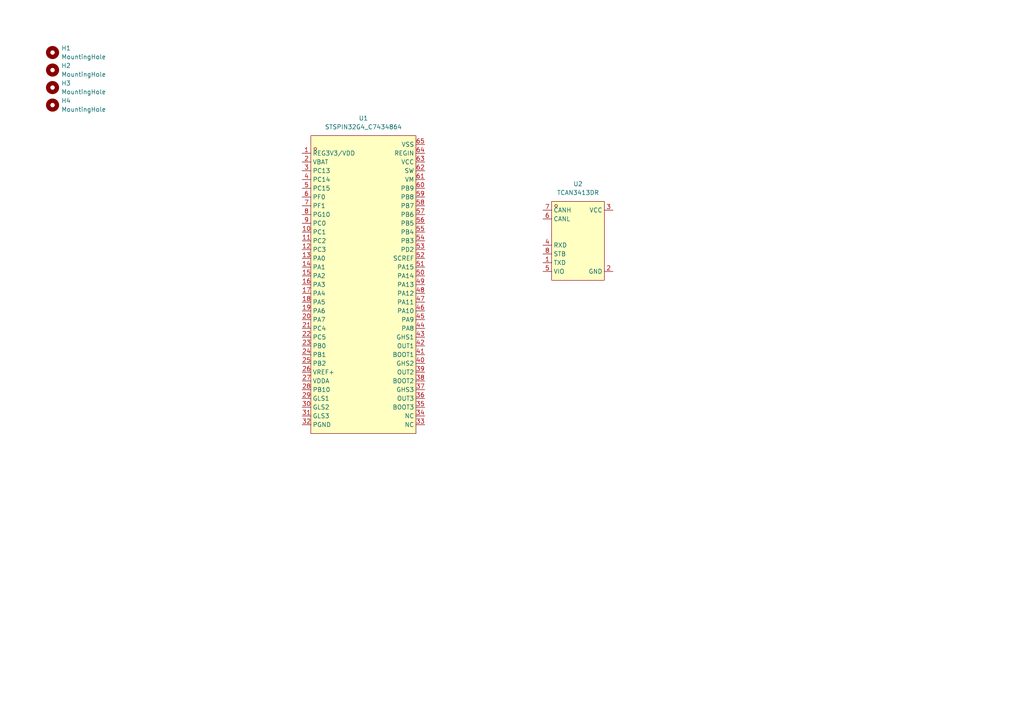
<source format=kicad_sch>
(kicad_sch (version 20250114) (generator "eeschema") (generator_version "9.0")
  (paper "A4")
  (lib_symbols
    (symbol "EasyEDA:STSPIN32G4_C7434864"
      (property "Reference" "U" (at 0 45.72 0))
      (property "Value" "STSPIN32G4_C7434864" (at 0 -45.72 0))
      (symbol "STSPIN32G4_C7434864_0_1"
        (rectangle (start -15.24 43.18) (end 15.24 -43.18) (fill (type background)))
        (circle (center -13.97 39.37) (radius 0.38))
        (pin unspecified line (at -17.78 38.1 0) (length 2.54) (name "REG3V3/VDD") (number "1"))
        (pin unspecified line (at -17.78 35.56 0) (length 2.54) (name "VBAT") (number "2"))
        (pin unspecified line (at -17.78 33.02 0) (length 2.54) (name "PC13") (number "3"))
        (pin unspecified line (at -17.78 30.48 0) (length 2.54) (name "PC14") (number "4"))
        (pin unspecified line (at -17.78 27.94 0) (length 2.54) (name "PC15") (number "5"))
        (pin unspecified line (at -17.78 25.4 0) (length 2.54) (name "PF0") (number "6"))
        (pin unspecified line (at -17.78 22.86 0) (length 2.54) (name "PF1") (number "7"))
        (pin unspecified line (at -17.78 20.32 0) (length 2.54) (name "PG10") (number "8"))
        (pin unspecified line (at -17.78 17.78 0) (length 2.54) (name "PC0") (number "9"))
        (pin unspecified line (at -17.78 15.24 0) (length 2.54) (name "PC1") (number "10"))
        (pin unspecified line (at -17.78 12.7 0) (length 2.54) (name "PC2") (number "11"))
        (pin unspecified line (at -17.78 10.16 0) (length 2.54) (name "PC3") (number "12"))
        (pin unspecified line (at -17.78 7.62 0) (length 2.54) (name "PA0") (number "13"))
        (pin unspecified line (at -17.78 5.08 0) (length 2.54) (name "PA1") (number "14"))
        (pin unspecified line (at -17.78 2.54 0) (length 2.54) (name "PA2") (number "15"))
        (pin unspecified line (at -17.78 0 0) (length 2.54) (name "PA3") (number "16"))
        (pin unspecified line (at -17.78 -2.54 0) (length 2.54) (name "PA4") (number "17"))
        (pin unspecified line (at -17.78 -5.08 0) (length 2.54) (name "PA5") (number "18"))
        (pin unspecified line (at -17.78 -7.62 0) (length 2.54) (name "PA6") (number "19"))
        (pin unspecified line (at -17.78 -10.16 0) (length 2.54) (name "PA7") (number "20"))
        (pin unspecified line (at -17.78 -12.7 0) (length 2.54) (name "PC4") (number "21"))
        (pin unspecified line (at -17.78 -15.24 0) (length 2.54) (name "PC5") (number "22"))
        (pin unspecified line (at -17.78 -17.78 0) (length 2.54) (name "PB0") (number "23"))
        (pin unspecified line (at -17.78 -20.32 0) (length 2.54) (name "PB1") (number "24"))
        (pin unspecified line (at -17.78 -22.86 0) (length 2.54) (name "PB2") (number "25"))
        (pin unspecified line (at -17.78 -25.4 0) (length 2.54) (name "VREF+") (number "26"))
        (pin unspecified line (at -17.78 -27.94 0) (length 2.54) (name "VDDA") (number "27"))
        (pin unspecified line (at -17.78 -30.48 0) (length 2.54) (name "PB10") (number "28"))
        (pin unspecified line (at -17.78 -33.02 0) (length 2.54) (name "GLS1") (number "29"))
        (pin unspecified line (at -17.78 -35.56 0) (length 2.54) (name "GLS2") (number "30"))
        (pin unspecified line (at -17.78 -38.1 0) (length 2.54) (name "GLS3") (number "31"))
        (pin unspecified line (at -17.78 -40.64 0) (length 2.54) (name "PGND") (number "32"))
        (pin unspecified line (at 17.78 40.64 180) (length 2.54) (name "VSS") (number "65"))
        (pin unspecified line (at 17.78 38.1 180) (length 2.54) (name "REGIN") (number "64"))
        (pin unspecified line (at 17.78 35.56 180) (length 2.54) (name "VCC") (number "63"))
        (pin unspecified line (at 17.78 33.02 180) (length 2.54) (name "SW") (number "62"))
        (pin unspecified line (at 17.78 30.48 180) (length 2.54) (name "VM") (number "61"))
        (pin unspecified line (at 17.78 27.94 180) (length 2.54) (name "PB9") (number "60"))
        (pin unspecified line (at 17.78 25.4 180) (length 2.54) (name "PB8") (number "59"))
        (pin unspecified line (at 17.78 22.86 180) (length 2.54) (name "PB7") (number "58"))
        (pin unspecified line (at 17.78 20.32 180) (length 2.54) (name "PB6") (number "57"))
        (pin unspecified line (at 17.78 17.78 180) (length 2.54) (name "PB5") (number "56"))
        (pin unspecified line (at 17.78 15.24 180) (length 2.54) (name "PB4") (number "55"))
        (pin unspecified line (at 17.78 12.7 180) (length 2.54) (name "PB3") (number "54"))
        (pin unspecified line (at 17.78 10.16 180) (length 2.54) (name "PD2") (number "53"))
        (pin unspecified line (at 17.78 7.62 180) (length 2.54) (name "SCREF") (number "52"))
        (pin unspecified line (at 17.78 5.08 180) (length 2.54) (name "PA15") (number "51"))
        (pin unspecified line (at 17.78 2.54 180) (length 2.54) (name "PA14") (number "50"))
        (pin unspecified line (at 17.78 0 180) (length 2.54) (name "PA13") (number "49"))
        (pin unspecified line (at 17.78 -2.54 180) (length 2.54) (name "PA12") (number "48"))
        (pin unspecified line (at 17.78 -5.08 180) (length 2.54) (name "PA11") (number "47"))
        (pin unspecified line (at 17.78 -7.62 180) (length 2.54) (name "PA10") (number "46"))
        (pin unspecified line (at 17.78 -10.16 180) (length 2.54) (name "PA9") (number "45"))
        (pin unspecified line (at 17.78 -12.7 180) (length 2.54) (name "PA8") (number "44"))
        (pin unspecified line (at 17.78 -15.24 180) (length 2.54) (name "GHS1") (number "43"))
        (pin unspecified line (at 17.78 -17.78 180) (length 2.54) (name "OUT1") (number "42"))
        (pin unspecified line (at 17.78 -20.32 180) (length 2.54) (name "BOOT1") (number "41"))
        (pin unspecified line (at 17.78 -22.86 180) (length 2.54) (name "GHS2") (number "40"))
        (pin unspecified line (at 17.78 -25.4 180) (length 2.54) (name "OUT2") (number "39"))
        (pin unspecified line (at 17.78 -27.94 180) (length 2.54) (name "BOOT2") (number "38"))
        (pin unspecified line (at 17.78 -30.48 180) (length 2.54) (name "GHS3") (number "37"))
        (pin unspecified line (at 17.78 -33.02 180) (length 2.54) (name "OUT3") (number "36"))
        (pin unspecified line (at 17.78 -35.56 180) (length 2.54) (name "BOOT3") (number "35"))
        (pin unspecified line (at 17.78 -38.1 180) (length 2.54) (name "NC") (number "34"))
        (pin unspecified line (at 17.78 -40.64 180) (length 2.54) (name "NC") (number "33"))
      )
    )
    (symbol "EasyEDA:TCAN3413DR"
      (property "Reference" "U" (at 0 13.97 0))
      (property "Value" "TCAN3413DR" (at 0 -13.97 0))
      (symbol "TCAN3413DR_0_1"
        (rectangle (start -7.62 11.43) (end 7.62 -11.43) (fill (type background)))
        (circle (center -6.35 10.16) (radius 0.38))
        (pin unspecified line (at -10.16 8.89 0) (length 2.54) (name "CANH") (number "7"))
        (pin unspecified line (at -10.16 6.35 0) (length 2.54) (name "CANL") (number "6"))
        (pin unspecified line (at -10.16 -1.27 0) (length 2.54) (name "RXD") (number "4"))
        (pin unspecified line (at -10.16 -3.81 0) (length 2.54) (name "STB") (number "8"))
        (pin unspecified line (at -10.16 -6.35 0) (length 2.54) (name "TXD") (number "1"))
        (pin unspecified line (at -10.16 -8.89 0) (length 2.54) (name "VIO") (number "5"))
        (pin unspecified line (at 10.16 8.89 180) (length 2.54) (name "VCC") (number "3"))
        (pin unspecified line (at 10.16 -8.89 180) (length 2.54) (name "GND") (number "2"))
      )
    )
    (symbol "Mechanical:MountingHole" (pin_names (offset 1.016)) (in_bom no)
      (property "Reference" "H" (at 0 5.08 0))
      (property "Value" "MountingHole" (at 0 3.175 0))
      (symbol "MountingHole_0_1"
        (circle (center 0 0) (radius 1.27) (stroke (width 1.27)))
      )
    )
  )
  (symbol (lib_id "EasyEDA:STSPIN32G4_C7434864") (at 105.41 82.55 0) (unit 1)
    (property "Reference" "U1" (at 105.41 34.29 0))
    (property "Value" "STSPIN32G4_C7434864" (at 105.41 36.83 0))
    (property "Footprint" "EasyEDA:VFQFPN-64_L9.0-W9.0-P0.50-TL-EP4.0" (effects (hide yes)))
    (property "LCSC Part" "C7434864" (effects (hide yes)))
  )
  (symbol (lib_id "Mechanical:MountingHole") (at 15.24 30.48 0) (unit 1) (in_bom no)
    (property "Reference" "H4" (at 17.78 29.2099 0) (effects (justify left)))
    (property "Value" "MountingHole" (at 17.78 31.7499 0) (effects (justify left)))
    (property "Footprint" "MountingHole:MountingHole_3.2mm_M3" (effects (hide yes)))
    (property "Description" "Mounting Hole without connection" (effects (hide yes)))
  )
  (symbol (lib_id "Mechanical:MountingHole") (at 15.24 15.24 0) (unit 1) (in_bom no)
    (property "Reference" "H1" (at 17.78 13.9699 0) (effects (justify left)))
    (property "Value" "MountingHole" (at 17.78 16.5099 0) (effects (justify left)))
    (property "Footprint" "MountingHole:MountingHole_3.2mm_M3" (effects (hide yes)))
    (property "Description" "Mounting Hole without connection" (effects (hide yes)))
  )
  (symbol (lib_id "EasyEDA:TCAN3413DR") (at 167.64 69.85 0) (unit 1)
    (property "Reference" "U2" (at 167.64 53.34 0))
    (property "Value" "TCAN3413DR" (at 167.64 55.88 0))
    (property "Footprint" "EasyEDA:SOP-8_L4.9-W3.9-P1.27-LS6.0-BL-1" (effects (hide yes)))
    (property "LCSC Part" "C22433320" (effects (hide yes)))
  )
  (symbol (lib_id "Mechanical:MountingHole") (at 15.24 20.32 0) (unit 1) (in_bom no)
    (property "Reference" "H2" (at 17.78 19.0499 0) (effects (justify left)))
    (property "Value" "MountingHole" (at 17.78 21.5899 0) (effects (justify left)))
    (property "Footprint" "MountingHole:MountingHole_3.2mm_M3" (effects (hide yes)))
    (property "Description" "Mounting Hole without connection" (effects (hide yes)))
  )
  (symbol (lib_id "Mechanical:MountingHole") (at 15.24 25.4 0) (unit 1) (in_bom no)
    (property "Reference" "H3" (at 17.78 24.1299 0) (effects (justify left)))
    (property "Value" "MountingHole" (at 17.78 26.6699 0) (effects (justify left)))
    (property "Footprint" "MountingHole:MountingHole_3.2mm_M3" (effects (hide yes)))
    (property "Description" "Mounting Hole without connection" (effects (hide yes)))
  )
)
</source>
